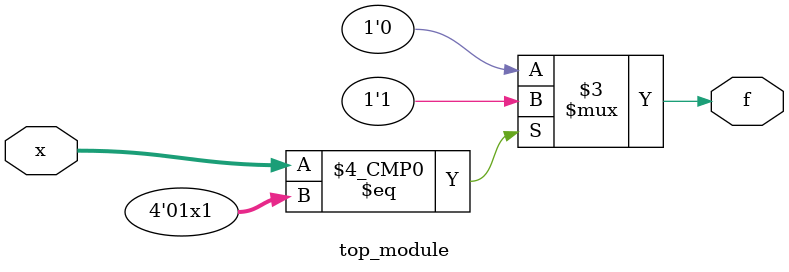
<source format=sv>
module top_module (
	input [4:1] x,
	output logic f
);

	always_comb begin
		f = 1'b0;
		
		case (x)
			4'b01x0: f = 1'b0;
			4'b01x1: f = 1'b1;
			4'b0101: f = 1'b1;
			4'b0110, 4'b0111: f = 1'b0;
			default: f = 1'b0;
		endcase
	end
endmodule

</source>
